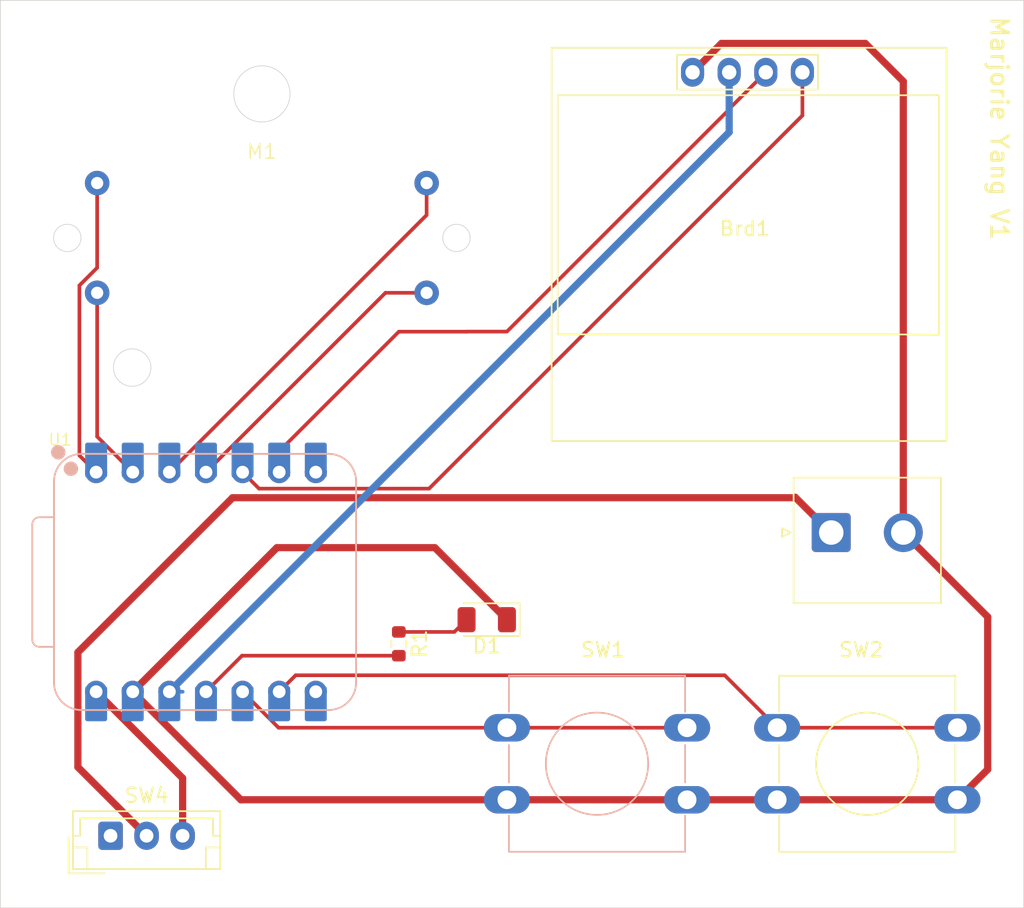
<source format=kicad_pcb>
(kicad_pcb (version 20240108) (generator "pcbnew") (generator_version "8.0")
  (title_block (title "514 Display Device PCB") (date "2025-02-05") (rev "V2") (company "Marjorie Yang"))
  (layers (0 "F.Cu" signal) (31 "B.Cu" signal) (34 "B.Paste" user) (35 "F.Paste" user) (36 "B.SilkS" user "B.Silkscreen") (37 "F.SilkS" user "F.Silkscreen") (38 "B.Mask" user) (39 "F.Mask" user) (44 "Edge.Cuts" user))
  (net 0 "")
  (net 1 "Net-(Brd1-SDA)")
  (net 2 "Net-(Brd1-SCL)")
  (net 3 "GND")
  (net 4 "Net-(D1-A)")
  (net 5 "Net-(M1--)")
  (net 6 "Net-(SW1-A)")
  (net 7 "Net-(SW2-A)")
  (net 8 "Net-(U1-GPIO2{slash}A0{slash}D0)")
  (net 9 "/BAT")
  (net 10 "Net-(U1-GPIO4{slash}A2{slash}D2)")
  (net 11 "Net-(U1-GPIO3{slash}A1{slash}D1)")
  (net 12 "Net-(U1-GPIO10{slash}D10{slash}MOSI)")
  (net 15 "Net-(Brd1-VCC)")
  (net 19 "/VCC")
  (footprint "stepper motor x27:x27_stepper" (layer "F.Cu") (at 84.574 58.126)
    (property "Reference" "M1" (at -2.54 -16.16 0) (layer "F.SilkS") (effects (font (thickness 0.1))))
    (property "Value" "Stepper_Motor_bipolar")
    (fp_circle (center -16.04 -10.16) (end -15.09 -10.16) (stroke (width 0.05)) (fill none) (layer "Edge.Cuts"))
    (fp_circle (center -11.54 -1.16) (end -10.24 -1.16) (stroke (width 0.05)) (fill none) (layer "Edge.Cuts"))
    (fp_circle (center -2.54 -20.16) (end -0.59 -20.16) (stroke (width 0.05)) (fill none) (layer "Edge.Cuts"))
    (fp_circle (center 10.96 -10.16) (end 11.91 -10.16) (stroke (width 0.05)) (fill none) (layer "Edge.Cuts"))
    (pad "1" thru_hole circle (at 8.89 -13.97) (size 1.7 1.7) (drill 0.85) (layers "*.Cu" "*.Mask") (net 10 "Net-(U1-GPIO4{slash}A2{slash}D2)"))
    (pad "2" thru_hole circle (at 8.89 -6.35) (size 1.7 1.7) (drill 0.85) (layers "*.Cu" "*.Mask") (net 5 "Net-(M1--)"))
    (pad "3" thru_hole circle (at -13.97 -6.35) (size 1.7 1.7) (drill 0.85) (layers "*.Cu" "*.Mask") (net 11 "Net-(U1-GPIO3{slash}A1{slash}D1)"))
    (pad "4" thru_hole circle (at -13.97 -13.97) (size 1.7 1.7) (drill 0.85) (layers "*.Cu" "*.Mask") (net 8 "Net-(U1-GPIO2{slash}A0{slash}D0)"))
  )
  (footprint "Resistor_SMD:R_0603_1608Metric" (layer "F.Cu") (at 91.534 76.141 -90)
    (property "Reference" "R1" (at 0 -1.43 90) (layer "F.SilkS"))
    (property "Value" "220")
    (fp_line (start -0.237258 0.5225) (end 0.237258 0.5225) (stroke (width 0.12)) (layer "F.SilkS"))
    (fp_line (start -0.237258 -0.5225) (end 0.237258 -0.5225) (stroke (width 0.12)) (layer "F.SilkS"))
    (pad "1" smd roundrect (at -0.825 0 270) (size 0.8 0.95) (layers "F.Cu" "F.Paste" "F.Mask") (net 4 "Net-(D1-A)"))
    (pad "2" smd roundrect (at 0.825 0 270) (size 0.8 0.95) (layers "F.Cu" "F.Paste" "F.Mask") (net 12 "Net-(U1-GPIO10{slash}D10{slash}MOSI)"))
  )
  (footprint "Connector_JST:JST_NV_B02P-NV_1x02_P5.00mm_Vertical" (layer "F.Cu") (at 121.534 68.416)
    (property "Reference" "BT1" (hide yes))
    (property "Value" "Battery_Cell")
    (fp_line (start -3.41 -0.3) (end -2.81 0) (stroke (width 0.12)) (layer "F.SilkS"))
    (fp_line (start -3.41 0.3) (end -3.41 -0.3) (stroke (width 0.12)) (layer "F.SilkS"))
    (fp_line (start -2.81 0) (end -3.41 0.3) (stroke (width 0.12)) (layer "F.SilkS"))
    (fp_line (start -2.61 -3.81) (end -2.61 4.91) (stroke (width 0.12)) (layer "F.SilkS"))
    (fp_line (start -2.61 4.91) (end 7.61 4.91) (stroke (width 0.12)) (layer "F.SilkS"))
    (fp_line (start 7.61 -3.81) (end -2.61 -3.81) (stroke (width 0.12)) (layer "F.SilkS"))
    (fp_line (start 7.61 4.91) (end 7.61 -3.81) (stroke (width 0.12)) (layer "F.SilkS"))
    (pad "1" thru_hole roundrect (at 0 0) (size 2.7 2.7) (drill 1.7) (layers "*.Cu" "*.Mask") (roundrect_rratio 0.092593) (net 9 "/BAT"))
    (pad "2" thru_hole circle (at 5 0) (size 2.7 2.7) (drill 1.7) (layers "*.Cu" "*.Mask") (net 3 "GND"))
  )
  (footprint "LED_SMD:LED_1206_3216Metric" (layer "F.Cu") (at 97.634 74.466 180)
    (property "Reference" "D1" (at 0 -1.82 0) (layer "F.SilkS"))
    (property "Value" "LED")
    (fp_line (start 1.6 -1.135) (end -2.285 -1.135) (stroke (width 0.12)) (layer "F.SilkS"))
    (fp_line (start -2.285 1.135) (end 1.6 1.135) (stroke (width 0.12)) (layer "F.SilkS"))
    (fp_line (start -2.285 -1.135) (end -2.285 1.135) (stroke (width 0.12)) (layer "F.SilkS"))
    (pad "1" smd roundrect (at -1.4 0 180) (size 1.25 1.75) (layers "F.Cu" "F.Paste" "F.Mask") (roundrect_rratio 0.2) (net 3 "GND"))
    (pad "2" smd roundrect (at 1.4 0 180) (size 1.25 1.75) (layers "F.Cu" "F.Paste" "F.Mask") (roundrect_rratio 0.2) (net 4 "Net-(D1-A)"))
  )
  (footprint "SSD1306 128x64:128x64OLED" (layer "F.Cu") (at 115.534 47.066)
    (property "Reference" "Brd1" (at 0 0.254 0) (layer "F.SilkS"))
    (property "Value" "SSD1306")
    (fp_line (start -13.4 -12.3) (end 14 -12.3) (stroke (width 0.12)) (layer "F.SilkS"))
    (fp_line (start -13.4 15) (end -13.4 -12.3) (stroke (width 0.12)) (layer "F.SilkS"))
    (fp_line (start -12.978 -9.005) (end 10.122 -9.005) (stroke (width 0.12)) (layer "F.SilkS"))
    (fp_line (start -12.978 7.595) (end -12.978 -9.005) (stroke (width 0.12)) (layer "F.SilkS"))
    (fp_line (start -4.699 -11.811) (end -4.699 -9.398) (stroke (width 0.12)) (layer "F.SilkS"))
    (fp_line (start -4.699 -11.811) (end 5.08 -11.811) (stroke (width 0.12)) (layer "F.SilkS"))
    (fp_line (start 5.08 -11.811) (end 5.08 -9.398) (stroke (width 0.12)) (layer "F.SilkS"))
    (fp_line (start 5.08 -9.398) (end -4.699 -9.398) (stroke (width 0.12)) (layer "F.SilkS"))
    (fp_line (start 10.122 -9.005) (end 13.208 -9.005) (stroke (width 0.12)) (layer "F.SilkS"))
    (fp_line (start 10.122 7.595) (end -12.978 7.595) (stroke (width 0.12)) (layer "F.SilkS"))
    (fp_line (start 10.122 7.595) (end 13.462 7.62) (stroke (width 0.12)) (layer "F.SilkS"))
    (fp_line (start 13.462 -9.017) (end 13.208 -9.005) (stroke (width 0.12)) (layer "F.SilkS"))
    (fp_line (start 13.462 7.62) (end 13.462 -9.017) (stroke (width 0.12)) (layer "F.SilkS"))
    (fp_line (start 14 -12.3) (end 14 15) (stroke (width 0.12)) (layer "F.SilkS"))
    (fp_line (start 14 15) (end -13.4 15) (stroke (width 0.12)) (layer "F.SilkS"))
    (pad "1" thru_hole oval (at -3.62 -10.6 90) (size 2 1.6) (drill 1) (layers "*.Cu" "*.Mask") (net 3 "GND"))
    (pad "2" thru_hole oval (at -1.08 -10.6 90) (size 2 1.6) (drill 1) (layers "*.Cu" "*.Mask") (net 15 "Net-(Brd1-VCC)"))
    (pad "3" thru_hole oval (at 1.46 -10.6 90) (size 2 1.6) (drill 1) (layers "*.Cu" "*.Mask") (net 2 "Net-(Brd1-SCL)"))
    (pad "4" thru_hole oval (at 4 -10.6 90) (size 2 1.6) (drill 1) (layers "*.Cu" "*.Mask") (net 1 "Net-(Brd1-SDA)"))
  )
  (footprint "Connector_JST:JST_EH_B3B-EH-A_1x03_P2.50mm_Vertical" (layer "F.Cu") (at 71.534 89.466)
    (property "Reference" "SW4" (at 2.5 -2.8 0) (layer "F.SilkS"))
    (property "Value" "SW_SPDT")
    (fp_line (start -2.91 0.11) (end -2.91 2.61) (stroke (width 0.12)) (layer "F.SilkS"))
    (fp_line (start -2.91 2.61) (end -0.41 2.61) (stroke (width 0.12)) (layer "F.SilkS"))
    (fp_line (start -2.61 -1.71) (end -2.61 2.31) (stroke (width 0.12)) (layer "F.SilkS"))
    (fp_line (start -2.61 0) (end -2.11 0) (stroke (width 0.12)) (layer "F.SilkS"))
    (fp_line (start -2.61 0.81) (end -1.61 0.81) (stroke (width 0.12)) (layer "F.SilkS"))
    (fp_line (start -2.61 2.31) (end 7.61 2.31) (stroke (width 0.12)) (layer "F.SilkS"))
    (fp_line (start -2.11 -1.21) (end 7.11 -1.21) (stroke (width 0.12)) (layer "F.SilkS"))
    (fp_line (start -2.11 0) (end -2.11 -1.21) (stroke (width 0.12)) (layer "F.SilkS"))
    (fp_line (start -1.61 0.81) (end -1.61 2.31) (stroke (width 0.12)) (layer "F.SilkS"))
    (fp_line (start 6.61 0.81) (end 6.61 2.31) (stroke (width 0.12)) (layer "F.SilkS"))
    (fp_line (start 7.11 -1.21) (end 7.11 0) (stroke (width 0.12)) (layer "F.SilkS"))
    (fp_line (start 7.11 0) (end 7.61 0) (stroke (width 0.12)) (layer "F.SilkS"))
    (fp_line (start 7.61 -1.71) (end -2.61 -1.71) (stroke (width 0.12)) (layer "F.SilkS"))
    (fp_line (start 7.61 0.81) (end 6.61 0.81) (stroke (width 0.12)) (layer "F.SilkS"))
    (fp_line (start 7.61 2.31) (end 7.61 -1.71) (stroke (width 0.12)) (layer "F.SilkS"))
    (pad "1" thru_hole roundrect (at 0 0) (size 1.7 1.95) (drill 0.95) (layers "*.Cu" "*.Mask") (roundrect_rratio 0.147059))
    (pad "2" thru_hole oval (at 2.5 0) (size 1.7 1.95) (drill 0.95) (layers "*.Cu" "*.Mask") (net 9 "/BAT"))
    (pad "3" thru_hole oval (at 5 0) (size 1.7 1.95) (drill 0.95) (layers "*.Cu" "*.Mask") (net 19 "/VCC"))
  )
  (footprint "Button_Switch_THT:SW_PUSH-12mm" (layer "F.Cu") (at 117.784 81.966)
    (property "Reference" "SW2" (at 5.83 -5.41 0) (layer "F.SilkS"))
    (property "Value" "SW_SPST")
    (fp_line (start 0.14 -3.61) (end 0.14 -1.1) (stroke (width 0.12)) (layer "F.SilkS"))
    (fp_line (start 0.14 -3.61) (end 12.36 -3.61) (stroke (width 0.12)) (layer "F.SilkS"))
    (fp_line (start 0.14 1.2) (end 0.14 3.8) (stroke (width 0.12)) (layer "F.SilkS"))
    (fp_line (start 0.14 6.1) (end 0.14 8.61) (stroke (width 0.12)) (layer "F.SilkS"))
    (fp_line (start 12.36 -3.61) (end 12.36 -1.1) (stroke (width 0.12)) (layer "F.SilkS"))
    (fp_line (start 12.36 1.2) (end 12.36 3.8) (stroke (width 0.12)) (layer "F.SilkS"))
    (fp_line (start 12.36 6.1) (end 12.36 8.61) (stroke (width 0.12)) (layer "F.SilkS"))
    (fp_line (start 12.36 8.61) (end 0.14 8.61) (stroke (width 0.12)) (layer "F.SilkS"))
    (fp_circle (center 6.25 2.5) (end 9.8 2.5) (stroke (width 0.12)) (fill none) (layer "F.SilkS"))
    (pad "1" thru_hole oval (at 0 0) (size 3.2 1.9) (drill 1.3) (layers "*.Cu" "*.Mask") (net 7 "Net-(SW2-A)"))
    (pad "1" thru_hole oval (at 12.5 0) (size 3.2 1.9) (drill 1.3) (layers "*.Cu" "*.Mask") (net 7 "Net-(SW2-A)"))
    (pad "2" thru_hole oval (at 0 5) (size 3.2 1.9) (drill 1.3) (layers "*.Cu" "*.Mask") (net 3 "GND"))
    (pad "2" thru_hole oval (at 12.5 5) (size 3.2 1.9) (drill 1.3) (layers "*.Cu" "*.Mask") (net 3 "GND"))
  )
  (footprint "Button_Switch_THT:SW_PUSH-12mm" (layer "B.Cu") (at 111.534 81.966 180)
    (property "Reference" "SW1" (at 5.83 5.41 0) (layer "F.SilkS"))
    (property "Value" "SW_SPST")
    (fp_line (start 12.36 3.61) (end 0.14 3.61) (stroke (width 0.12)) (layer "B.SilkS"))
    (fp_line (start 12.36 1.1) (end 12.36 3.61) (stroke (width 0.12)) (layer "B.SilkS"))
    (fp_line (start 12.36 -3.8) (end 12.36 -1.2) (stroke (width 0.12)) (layer "B.SilkS"))
    (fp_line (start 12.36 -8.61) (end 12.36 -6.1) (stroke (width 0.12)) (layer "B.SilkS"))
    (fp_line (start 0.14 1.1) (end 0.14 3.61) (stroke (width 0.12)) (layer "B.SilkS"))
    (fp_line (start 0.14 -3.8) (end 0.14 -1.2) (stroke (width 0.12)) (layer "B.SilkS"))
    (fp_line (start 0.14 -8.61) (end 12.36 -8.61) (stroke (width 0.12)) (layer "B.SilkS"))
    (fp_line (start 0.14 -8.61) (end 0.14 -6.1) (stroke (width 0.12)) (layer "B.SilkS"))
    (fp_circle (center 6.25 -2.5) (end 9.8 -2.5) (stroke (width 0.12)) (fill none) (layer "B.SilkS"))
    (pad "1" thru_hole oval (at 0 0 180) (size 3.2 1.9) (drill 1.3) (layers "*.Cu" "*.Mask") (net 6 "Net-(SW1-A)"))
    (pad "1" thru_hole oval (at 12.5 0 180) (size 3.2 1.9) (drill 1.3) (layers "*.Cu" "*.Mask") (net 6 "Net-(SW1-A)"))
    (pad "2" thru_hole oval (at 0 -5 180) (size 3.2 1.9) (drill 1.3) (layers "*.Cu" "*.Mask") (net 3 "GND"))
    (pad "2" thru_hole oval (at 12.5 -5 180) (size 3.2 1.9) (drill 1.3) (layers "*.Cu" "*.Mask") (net 3 "GND"))
  )
  (footprint "Seeed Studio XIAO Series Library:XIAO-ESP32C3-DIP" (layer "B.Cu") (at 78.154 71.966 -90)
    (property "Reference" "U1" (at -10 10.12 0) (layer "F.SilkS") (effects (font (size 0.8 0.8) (thickness 0.1016))))
    (property "Value" "XIAO-ESP32-C3-DIP")
    (fp_line (start 3.884 12.051) (end -4.111272 12.051) (stroke (width 0.127)) (layer "B.SilkS"))
    (fp_line (start -4.611272 11.551272) (end -4.615 10.541) (stroke (width 0.127)) (layer "B.SilkS"))
    (fp_line (start -7.105 10.541) (end 6.865 10.541) (stroke (width 0.1)) (layer "B.SilkS"))
    (fp_line (start -7.105 10.541) (end 6.865 10.541) (stroke (width 0.127)) (layer "B.SilkS"))
    (fp_line (start 4.384 10.541) (end 4.384 11.551) (stroke (width 0.127)) (layer "B.SilkS"))
    (fp_line (start -9.01 8.636) (end -9.01 -8.509) (stroke (width 0.127)) (layer "B.SilkS"))
    (fp_line (start 8.77 8.636) (end 8.77 -8.509) (stroke (width 0.127)) (layer "B.SilkS"))
    (fp_line (start 6.865 -10.414) (end -7.105 -10.414) (stroke (width 0.127)) (layer "B.SilkS"))
    (fp_arc (start -4.111272 12.051) (mid -4.464724 11.904644) (end -4.611272 11.551272) (stroke (width 0.127)) (layer "B.SilkS"))
    (fp_arc (start 4.384 11.551) (mid 4.237553 11.904553) (end 3.884 12.051) (stroke (width 0.127)) (layer "B.SilkS"))
    (fp_arc (start -7.105 10.541) (mid -8.452038 9.983038) (end -9.01 8.636) (stroke (width 0.127)) (layer "B.SilkS"))
    (fp_arc (start 8.77 8.636) (mid 8.212038 9.983038) (end 6.865 10.541) (stroke (width 0.127)) (layer "B.SilkS"))
    (fp_arc (start -9.01 -8.509) (mid -8.452038 -9.856038) (end -7.105 -10.414) (stroke (width 0.127)) (layer "B.SilkS"))
    (fp_arc (start 6.865 -10.414) (mid 8.212038 -9.856038) (end 8.77 -8.509) (stroke (width 0.127)) (layer "B.SilkS"))
    (fp_circle (center -9.12 10.25) (end -9.12 10.504) (stroke (width 0.5)) (fill solid) (layer "B.SilkS"))
    (fp_circle (center -7.977 9.37) (end -7.977 9.624) (stroke (width 0.5)) (fill solid) (layer "B.SilkS"))
    (pad "1" smd roundrect (at -8.575 7.62 90) (size 2.432 1.524) (layers "B.Cu" "B.Mask") (roundrect_rratio 0.1) (net 8 "Net-(U1-GPIO2{slash}A0{slash}D0)"))
    (pad "1" thru_hole circle (at -7.74 7.62 90) (size 1.524 1.524) (drill 0.889) (layers "*.Cu" "*.Mask") (net 8 "Net-(U1-GPIO2{slash}A0{slash}D0)"))
    (pad "2" smd roundrect (at -8.575 5.08 90) (size 2.432 1.524) (layers "B.Cu" "B.Mask") (roundrect_rratio 0.1) (net 11 "Net-(U1-GPIO3{slash}A1{slash}D1)"))
    (pad "2" thru_hole circle (at -7.74 5.08 90) (size 1.524 1.524) (drill 0.889) (layers "*.Cu" "*.Mask") (net 11 "Net-(U1-GPIO3{slash}A1{slash}D1)"))
    (pad "3" smd roundrect (at -8.575 2.54 90) (size 2.432 1.524) (layers "B.Cu" "B.Mask") (roundrect_rratio 0.1) (net 10 "Net-(U1-GPIO4{slash}A2{slash}D2)"))
    (pad "3" thru_hole circle (at -7.74 2.54 90) (size 1.524 1.524) (drill 0.889) (layers "*.Cu" "*.Mask") (net 10 "Net-(U1-GPIO4{slash}A2{slash}D2)"))
    (pad "4" smd roundrect (at -8.575 0 90) (size 2.432 1.524) (layers "B.Cu" "B.Mask") (roundrect_rratio 0.1) (net 5 "Net-(M1--)"))
    (pad "4" thru_hole circle (at -7.74 0 90) (size 1.524 1.524) (drill 0.889) (layers "*.Cu" "*.Mask") (net 5 "Net-(M1--)"))
    (pad "5" smd roundrect (at -8.575 -2.54 90) (size 2.432 1.524) (layers "B.Cu" "B.Mask") (roundrect_rratio 0.1) (net 1 "Net-(Brd1-SDA)"))
    (pad "5" thru_hole circle (at -7.74 -2.54 90) (size 1.524 1.524) (drill 0.889) (layers "*.Cu" "*.Mask") (net 1 "Net-(Brd1-SDA)"))
    (pad "6" smd roundrect (at -8.575 -5.08 90) (size 2.432 1.524) (layers "B.Cu" "B.Mask") (roundrect_rratio 0.1) (net 2 "Net-(Brd1-SCL)"))
    (pad "6" thru_hole circle (at -7.74 -5.08 90) (size 1.524 1.524) (drill 0.889) (layers "*.Cu" "*.Mask") (net 2 "Net-(Brd1-SCL)"))
    (pad "7" smd roundrect (at -8.575 -7.62 90) (size 2.432 1.524) (layers "B.Cu" "B.Mask") (roundrect_rratio 0.1))
    (pad "7" thru_hole circle (at -7.74 -7.62 90) (size 1.524 1.524) (drill 0.889) (layers "*.Cu" "*.Mask"))
    (pad "8" thru_hole circle (at 7.5 -7.62 270) (size 1.524 1.524) (drill 0.889) (layers "*.Cu" "*.Mask"))
    (pad "8" smd roundrect (at 8.335 -7.62 270) (size 2.432 1.524) (layers "B.Cu" "B.Mask") (roundrect_rratio 0.1))
    (pad "9" thru_hole circle (at 7.5 -5.08 270) (size 1.524 1.524) (drill 0.889) (layers "*.Cu" "*.Mask") (net 7 "Net-(SW2-A)"))
    (pad "9" smd roundrect (at 8.335 -5.08 270) (size 2.432 1.524) (layers "B.Cu" "B.Mask") (roundrect_rratio 0.1) (net 7 "Net-(SW2-A)"))
    (pad "10" thru_hole circle (at 7.5 -2.54 270) (size 1.524 1.524) (drill 0.889) (layers "*.Cu" "*.Mask") (net 6 "Net-(SW1-A)"))
    (pad "10" smd roundrect (at 8.335 -2.54 270) (size 2.432 1.524) (layers "B.Cu" "B.Mask") (roundrect_rratio 0.1) (net 6 "Net-(SW1-A)"))
    (pad "11" thru_hole circle (at 7.5 0 270) (size 1.524 1.524) (drill 0.889) (layers "*.Cu" "*.Mask") (net 12 "Net-(U1-GPIO10{slash}D10{slash}MOSI)"))
    (pad "11" smd roundrect (at 8.335 0 270) (size 2.432 1.524) (layers "B.Cu" "B.Mask") (roundrect_rratio 0.1) (net 12 "Net-(U1-GPIO10{slash}D10{slash}MOSI)"))
    (pad "12" thru_hole circle (at 7.5 2.54 270) (size 1.524 1.524) (drill 0.889) (layers "*.Cu" "*.Mask") (net 15 "Net-(Brd1-VCC)"))
    (pad "12" smd roundrect (at 8.335 2.54 270) (size 2.432 1.524) (layers "B.Cu" "B.Mask") (roundrect_rratio 0.1) (net 15 "Net-(Brd1-VCC)"))
    (pad "13" thru_hole circle (at 7.5 5.08 270) (size 1.524 1.524) (drill 0.889) (layers "*.Cu" "*.Mask") (net 3 "GND"))
    (pad "13" smd roundrect (at 8.335 5.08 270) (size 2.432 1.524) (layers "B.Cu" "B.Mask") (roundrect_rratio 0.1) (net 3 "GND"))
    (pad "14" thru_hole circle (at 7.5 7.62 270) (size 1.524 1.524) (drill 0.889) (layers "*.Cu" "*.Mask") (net 19 "/VCC"))
    (pad "14" smd roundrect (at 8.335 7.62 270) (size 2.432 1.524) (layers "B.Cu" "B.Mask") (roundrect_rratio 0.1) (net 19 "/VCC"))
  )
  (gr_line (start 134.88921 31.474) (end 134.88921 94.474) (stroke (width 0.05)) (layer "Edge.Cuts"))
  (gr_line (start 63.88921 94.474) (end 134.88921 94.474) (stroke (width 0.05)) (layer "Edge.Cuts"))
  (gr_line (start 63.88921 31.474) (end 134.88921 31.474) (stroke (width 0.05)) (layer "Edge.Cuts"))
  (gr_line (start 63.88921 31.474) (end 63.88921 94.474) (stroke (width 0.05)) (layer "Edge.Cuts"))
  (gr_text "Marjorie Yang V1" (at 132.5 32.5 270) (layer "F.SilkS") (effects (font (size 1.2 1.2) (thickness 0.2) (bold yes)) (justify left bottom)))
  (segment (start 81.837 65.369) (end 93.631 65.369) (width 0.254) (layer "F.Cu") (net 1))
  (segment (start 119.534 39.466) (end 119.534 36.466) (width 0.254) (layer "F.Cu") (net 1))
  (segment (start 93.631 65.369) (end 119.534 39.466) (width 0.254) (layer "F.Cu") (net 1))
  (segment (start 80.694 64.226) (end 81.837 65.369) (width 0.254) (layer "F.Cu") (net 1))
  (segment (start 81.167447 63.752553) (end 80.694 64.226) (width 0.254) (layer "F.Cu") (net 1))
  (segment (start 96.24442 54.474) (end 91.534 54.474) (width 0.254) (layer "F.Cu") (net 2))
  (segment (start 99.034 54.466) (end 96.25242 54.466) (width 0.254) (layer "F.Cu") (net 2))
  (segment (start 114.502 38.998) (end 99.034 54.466) (width 0.254) (layer "F.Cu") (net 2))
  (segment (start 91.534 54.474) (end 83.234 62.774) (width 0.254) (layer "F.Cu") (net 2))
  (segment (start 96.25242 54.466) (end 96.24442 54.474) (width 0.254) (layer "F.Cu") (net 2))
  (segment (start 83.234 62.774) (end 83.234 64.226) (width 0.254) (layer "F.Cu") (net 2))
  (segment (start 114.502 38.958) (end 114.502 38.998) (width 0.254) (layer "F.Cu") (net 2))
  (segment (start 116.994 36.466) (end 114.502 38.958) (width 0.254) (layer "F.Cu") (net 2))
  (segment (start 117.784 86.966) (end 111.534 86.966) (width 0.5) (layer "F.Cu") (net 3))
  (segment (start 99.034 86.966) (end 111.534 86.966) (width 0.5) (layer "F.Cu") (net 3))
  (segment (start 111.914 36.466) (end 113.914 34.466) (width 0.5) (layer "F.Cu") (net 3))
  (segment (start 132.388 84.862) (end 132.388 74.27) (width 0.5) (layer "F.Cu") (net 3))
  (segment (start 94.034 69.466) (end 83.074 69.466) (width 0.5) (layer "F.Cu") (net 3))
  (segment (start 132.388 74.27) (end 126.534 68.416) (width 0.5) (layer "F.Cu") (net 3))
  (segment (start 99.034 86.966) (end 80.574 86.966) (width 0.5) (layer "F.Cu") (net 3))
  (segment (start 83.074 69.466) (end 73.074 79.466) (width 0.5) (layer "F.Cu") (net 3))
  (segment (start 132.388 84.862) (end 130.284 86.966) (width 0.5) (layer "F.Cu") (net 3))
  (segment (start 126.534 37.097) (end 126.534 68.416) (width 0.5) (layer "F.Cu") (net 3))
  (segment (start 117.784 86.966) (end 130.284 86.966) (width 0.5) (layer "F.Cu") (net 3))
  (segment (start 80.574 86.966) (end 73.074 79.466) (width 0.5) (layer "F.Cu") (net 3))
  (segment (start 113.914 34.466) (end 123.903 34.466) (width 0.5) (layer "F.Cu") (net 3))
  (segment (start 123.903 34.466) (end 126.534 37.097) (width 0.5) (layer "F.Cu") (net 3))
  (segment (start 99.034 74.466) (end 94.034 69.466) (width 0.5) (layer "F.Cu") (net 3))
  (segment (start 95.384 75.316) (end 96.234 74.466) (width 0.254) (layer "F.Cu") (net 4))
  (segment (start 91.534 75.316) (end 95.384 75.316) (width 0.254) (layer "F.Cu") (net 4))
  (segment (start 90.604 51.776) (end 78.154 64.226) (width 0.254) (layer "F.Cu") (net 5))
  (segment (start 93.464 51.776) (end 90.604 51.776) (width 0.254) (layer "F.Cu") (net 5))
  (segment (start 80.694 79.466) (end 83.194 81.966) (width 0.254) (layer "F.Cu") (net 6))
  (segment (start 83.194 81.966) (end 99.034 81.966) (width 0.254) (layer "F.Cu") (net 6))
  (segment (start 99.034 81.966) (end 111.534 81.966) (width 0.254) (layer "F.Cu") (net 6))
  (segment (start 114.141 78.323) (end 117.784 81.966) (width 0.254) (layer "F.Cu") (net 7))
  (segment (start 83.234 79.466) (end 84.377 78.323) (width 0.254) (layer "F.Cu") (net 7))
  (segment (start 84.377 78.323) (end 114.141 78.323) (width 0.254) (layer "F.Cu") (net 7))
  (segment (start 117.784 81.966) (end 130.284 81.966) (width 0.254) (layer "F.Cu") (net 7))
  (segment (start 70.604 44.156) (end 70.604 50.035103) (width 0.254) (layer "F.Cu") (net 8))
  (segment (start 69.373 63.065) (end 70.534 64.226) (width 0.254) (layer "F.Cu") (net 8))
  (segment (start 69.373 51.266103) (end 69.373 63.065) (width 0.254) (layer "F.Cu") (net 8))
  (segment (start 70.604 50.035103) (end 69.373 51.266103) (width 0.254) (layer "F.Cu") (net 8))
  (segment (start 119 66) (end 119.034 65.966) (width 0.5) (layer "F.Cu") (net 9))
  (segment (start 69.268 76.732) (end 80 66) (width 0.5) (layer "F.Cu") (net 9))
  (segment (start 80 66) (end 119 66) (width 0.5) (layer "F.Cu") (net 9))
  (segment (start 69.268 84.7) (end 69.268 76.732) (width 0.5) (layer "F.Cu") (net 9))
  (segment (start 74.034 89.466) (end 69.268 84.7) (width 0.5) (layer "F.Cu") (net 9))
  (segment (start 121.484 68.416) (end 121.534 68.416) (width 0.5) (layer "F.Cu") (net 9))
  (segment (start 119.034 65.966) (end 121.484 68.416) (width 0.5) (layer "F.Cu") (net 9))
  (segment (start 93.464 46.376) (end 75.614 64.226) (width 0.254) (layer "F.Cu") (net 10))
  (segment (start 75.614 64.186) (end 75.614 64.226) (width 0.254) (layer "F.Cu") (net 10))
  (segment (start 93.464 44.156) (end 93.464 46.376) (width 0.254) (layer "F.Cu") (net 10))
  (segment (start 70.604 61.756) (end 73.074 64.226) (width 0.254) (layer "F.Cu") (net 11))
  (segment (start 70.604 51.776) (end 70.604 61.756) (width 0.254) (layer "F.Cu") (net 11))
  (segment (start 80.654 76.966) (end 78.154 79.466) (width 0.254) (layer "F.Cu") (net 12))
  (segment (start 91.534 76.966) (end 80.654 76.966) (width 0.254) (layer "F.Cu") (net 12))
  (segment (start 75.614 79.466) (end 76.537553 79.466) (width 0.254) (layer "B.Cu") (net 15))
  (segment (start 75.614 79.466) (end 114.454 40.626) (width 0.5) (layer "B.Cu") (net 15))
  (segment (start 114.454 40.626) (end 114.454 36.466) (width 0.5) (layer "B.Cu") (net 15))
  (segment (start 76.534 89.466) (end 76.534 85.466) (width 0.5) (layer "F.Cu") (net 19))
  (segment (start 76.534 85.466) (end 70.534 79.466) (width 0.5) (layer "F.Cu") (net 19))
)
</source>
